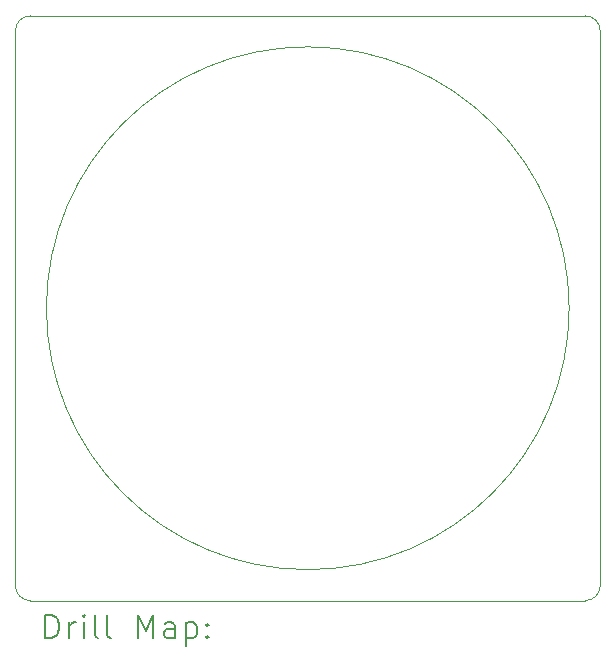
<source format=gbr>
%TF.GenerationSoftware,KiCad,Pcbnew,7.0.5*%
%TF.CreationDate,2024-08-05T01:27:42+08:00*%
%TF.ProjectId,TPS,5450532e-6b69-4636-9164-5f7063625858,rev?*%
%TF.SameCoordinates,Original*%
%TF.FileFunction,Drillmap*%
%TF.FilePolarity,Positive*%
%FSLAX45Y45*%
G04 Gerber Fmt 4.5, Leading zero omitted, Abs format (unit mm)*
G04 Created by KiCad (PCBNEW 7.0.5) date 2024-08-05 01:27:42*
%MOMM*%
%LPD*%
G01*
G04 APERTURE LIST*
%ADD10C,0.120000*%
%ADD11C,0.100000*%
%ADD12C,0.200000*%
G04 APERTURE END LIST*
D10*
X8670500Y-5568600D02*
X3973100Y-5568600D01*
X3846100Y-10393000D02*
G75*
G03*
X3973100Y-10520000I127000J0D01*
G01*
X3973100Y-5568600D02*
G75*
G03*
X3846100Y-5695600I0J-127000D01*
G01*
X8797500Y-10393000D02*
X8797500Y-5695600D01*
D11*
X8534800Y-8044300D02*
G75*
G03*
X8534800Y-8044300I-2213000J0D01*
G01*
D10*
X8670500Y-10520000D02*
X3973100Y-10520000D01*
X3846100Y-5695600D02*
X3846100Y-10393000D01*
X8670500Y-10520000D02*
G75*
G03*
X8797500Y-10393000I0J127000D01*
G01*
X8797500Y-5695600D02*
G75*
G03*
X8670500Y-5568600I-127000J0D01*
G01*
D12*
X4100877Y-10837484D02*
X4100877Y-10637484D01*
X4100877Y-10637484D02*
X4148496Y-10637484D01*
X4148496Y-10637484D02*
X4177067Y-10647008D01*
X4177067Y-10647008D02*
X4196115Y-10666055D01*
X4196115Y-10666055D02*
X4205639Y-10685103D01*
X4205639Y-10685103D02*
X4215163Y-10723198D01*
X4215163Y-10723198D02*
X4215163Y-10751770D01*
X4215163Y-10751770D02*
X4205639Y-10789865D01*
X4205639Y-10789865D02*
X4196115Y-10808912D01*
X4196115Y-10808912D02*
X4177067Y-10827960D01*
X4177067Y-10827960D02*
X4148496Y-10837484D01*
X4148496Y-10837484D02*
X4100877Y-10837484D01*
X4300877Y-10837484D02*
X4300877Y-10704150D01*
X4300877Y-10742246D02*
X4310401Y-10723198D01*
X4310401Y-10723198D02*
X4319924Y-10713674D01*
X4319924Y-10713674D02*
X4338972Y-10704150D01*
X4338972Y-10704150D02*
X4358020Y-10704150D01*
X4424686Y-10837484D02*
X4424686Y-10704150D01*
X4424686Y-10637484D02*
X4415163Y-10647008D01*
X4415163Y-10647008D02*
X4424686Y-10656531D01*
X4424686Y-10656531D02*
X4434210Y-10647008D01*
X4434210Y-10647008D02*
X4424686Y-10637484D01*
X4424686Y-10637484D02*
X4424686Y-10656531D01*
X4548496Y-10837484D02*
X4529448Y-10827960D01*
X4529448Y-10827960D02*
X4519924Y-10808912D01*
X4519924Y-10808912D02*
X4519924Y-10637484D01*
X4653258Y-10837484D02*
X4634210Y-10827960D01*
X4634210Y-10827960D02*
X4624686Y-10808912D01*
X4624686Y-10808912D02*
X4624686Y-10637484D01*
X4881829Y-10837484D02*
X4881829Y-10637484D01*
X4881829Y-10637484D02*
X4948496Y-10780341D01*
X4948496Y-10780341D02*
X5015163Y-10637484D01*
X5015163Y-10637484D02*
X5015163Y-10837484D01*
X5196115Y-10837484D02*
X5196115Y-10732722D01*
X5196115Y-10732722D02*
X5186591Y-10713674D01*
X5186591Y-10713674D02*
X5167544Y-10704150D01*
X5167544Y-10704150D02*
X5129448Y-10704150D01*
X5129448Y-10704150D02*
X5110401Y-10713674D01*
X5196115Y-10827960D02*
X5177067Y-10837484D01*
X5177067Y-10837484D02*
X5129448Y-10837484D01*
X5129448Y-10837484D02*
X5110401Y-10827960D01*
X5110401Y-10827960D02*
X5100877Y-10808912D01*
X5100877Y-10808912D02*
X5100877Y-10789865D01*
X5100877Y-10789865D02*
X5110401Y-10770817D01*
X5110401Y-10770817D02*
X5129448Y-10761293D01*
X5129448Y-10761293D02*
X5177067Y-10761293D01*
X5177067Y-10761293D02*
X5196115Y-10751770D01*
X5291353Y-10704150D02*
X5291353Y-10904150D01*
X5291353Y-10713674D02*
X5310401Y-10704150D01*
X5310401Y-10704150D02*
X5348496Y-10704150D01*
X5348496Y-10704150D02*
X5367544Y-10713674D01*
X5367544Y-10713674D02*
X5377067Y-10723198D01*
X5377067Y-10723198D02*
X5386591Y-10742246D01*
X5386591Y-10742246D02*
X5386591Y-10799389D01*
X5386591Y-10799389D02*
X5377067Y-10818436D01*
X5377067Y-10818436D02*
X5367544Y-10827960D01*
X5367544Y-10827960D02*
X5348496Y-10837484D01*
X5348496Y-10837484D02*
X5310401Y-10837484D01*
X5310401Y-10837484D02*
X5291353Y-10827960D01*
X5472305Y-10818436D02*
X5481829Y-10827960D01*
X5481829Y-10827960D02*
X5472305Y-10837484D01*
X5472305Y-10837484D02*
X5462782Y-10827960D01*
X5462782Y-10827960D02*
X5472305Y-10818436D01*
X5472305Y-10818436D02*
X5472305Y-10837484D01*
X5472305Y-10713674D02*
X5481829Y-10723198D01*
X5481829Y-10723198D02*
X5472305Y-10732722D01*
X5472305Y-10732722D02*
X5462782Y-10723198D01*
X5462782Y-10723198D02*
X5472305Y-10713674D01*
X5472305Y-10713674D02*
X5472305Y-10732722D01*
M02*

</source>
